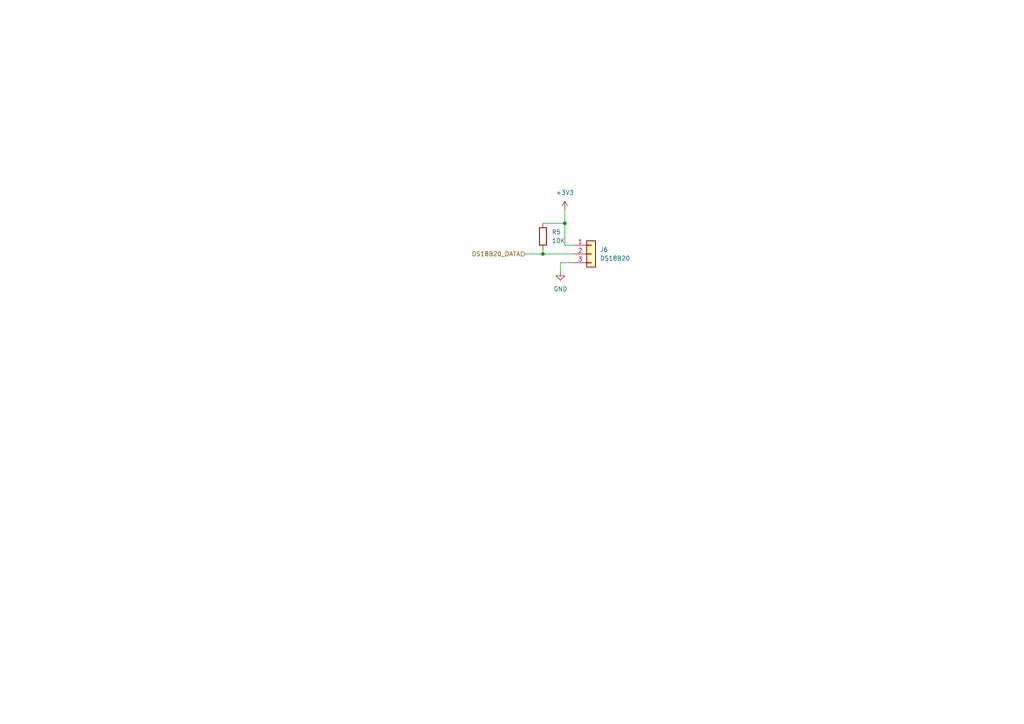
<source format=kicad_sch>
(kicad_sch (version 20230121) (generator eeschema)
  (paper "A4")
  (lib_symbols
    (symbol "Connector_Generic:Conn_01x03" (pin_names (offset 1.016) hide)
      (property "Reference" "J" (at 0 5.08 0))
      (property "Value" "Conn_01x03" (at 0 -5.08 0))
      (symbol "Conn_01x03_1_1"
        (rectangle (start -1.27 -2.413) (end 0 -2.667) (stroke (width 0.1524)))
        (rectangle (start -1.27 0.127) (end 0 -0.127) (stroke (width 0.1524)))
        (rectangle (start -1.27 2.667) (end 0 2.413) (stroke (width 0.1524)))
        (rectangle (start -1.27 3.81) (end 1.27 -3.81) (stroke (width 0.254)) (fill (type background)))
        (pin passive line (at -5.08 2.54 0) (length 3.81) (name "Pin_1") (number "1"))
        (pin passive line (at -5.08 0 0) (length 3.81) (name "Pin_2") (number "2"))
        (pin passive line (at -5.08 -2.54 0) (length 3.81) (name "Pin_3") (number "3"))
      )
    )
    (symbol "Device:R" (pin_numbers hide) (pin_names (offset 0))
      (property "Reference" "R" (at 2.032 0 90))
      (property "Value" "R" (at 0 0 90))
      (symbol "R_0_1"
        (rectangle (start -1.016 -2.54) (end 1.016 2.54) (stroke (width 0.254)))
      )
      (symbol "R_1_1"
        (pin passive line (at 0 3.81 270) (length 1.27) (name "~") (number "1"))
        (pin passive line (at 0 -3.81 90) (length 1.27) (name "~") (number "2"))
      )
    )
    (symbol "power:+3V3" (power) (pin_names (offset 0))
      (property "Value" "+3V3" (at 0 3.556 0))
      (symbol "+3V3_0_1"
        (polyline (pts (xy -0.762 1.27) (xy 0 2.54)))
        (polyline (pts (xy 0 0) (xy 0 2.54)))
        (polyline (pts (xy 0 2.54) (xy 0.762 1.27)))
      )
      (symbol "+3V3_1_1"
        (pin power_in line (at 0 0 90) (length 0) hide (name "+3V3") (number "1"))
      )
    )
    (symbol "power:GND" (power) (pin_names (offset 0))
      (property "Value" "GND" (at 0 -3.81 0))
      (symbol "GND_0_1"
        (polyline (pts (xy 0 0) (xy 0 -1.27) (xy 1.27 -1.27) (xy 0 -2.54) (xy -1.27 -1.27) (xy 0 -1.27)))
      )
      (symbol "GND_1_1"
        (pin power_in line (at 0 0 270) (length 0) hide (name "GND") (number "1"))
      )
    )
  )
  (junction (at 163.83 64.77))
  (junction (at 157.48 73.66))
  (wire (pts (xy 166.37 73.66) (xy 157.48 73.66)))
  (wire (pts (xy 162.56 76.2) (xy 162.56 78.74)))
  (wire (pts (xy 157.48 64.77) (xy 163.83 64.77)))
  (wire (pts (xy 166.37 76.2) (xy 162.56 76.2)))
  (wire (pts (xy 163.83 60.96) (xy 163.83 64.77)))
  (wire (pts (xy 157.48 73.66) (xy 157.48 72.39)))
  (wire (pts (xy 152.4 73.66) (xy 157.48 73.66)))
  (wire (pts (xy 163.83 64.77) (xy 163.83 71.12)))
  (wire (pts (xy 166.37 71.12) (xy 163.83 71.12)))
  (hierarchical_label "DS18B20_DATA" (shape input) (at 152.4 73.66 180))
  (symbol (lib_id "Connector_Generic:Conn_01x03") (at 171.45 73.66 0) (unit 1)
    (property "Reference" "J6" (at 173.99 72.39 0) (effects (justify left)))
    (property "Value" "DS18B20" (at 173.99 74.93 0) (effects (justify left)))
    (property "Footprint" "Connector_JST:JST_PH_B3B-PH-K_1x03_P2.00mm_Vertical" (effects hide))
  )
  (symbol (lib_id "Device:R") (at 157.48 68.58 0) (unit 1)
    (property "Reference" "R5" (at 160.02 67.31 0) (effects (justify left)))
    (property "Value" "10K" (at 160.02 69.85 0) (effects (justify left)))
    (property "Footprint" "Resistor_SMD:R_0805_2012Metric_Pad1.20x1.40mm_HandSolder" (effects hide))
  )
  (symbol (lib_id "power:+3V3") (at 163.83 60.96 0) (unit 1)
    (property "Reference" "#PWR012" (effects hide))
    (property "Value" "+3V3" (at 163.83 55.88 0))
  )
  (symbol (lib_id "power:GND") (at 162.56 78.74 0) (unit 1)
    (property "Reference" "#PWR019" (effects hide))
    (property "Value" "GND" (at 162.56 83.82 0))
  )
)
</source>
